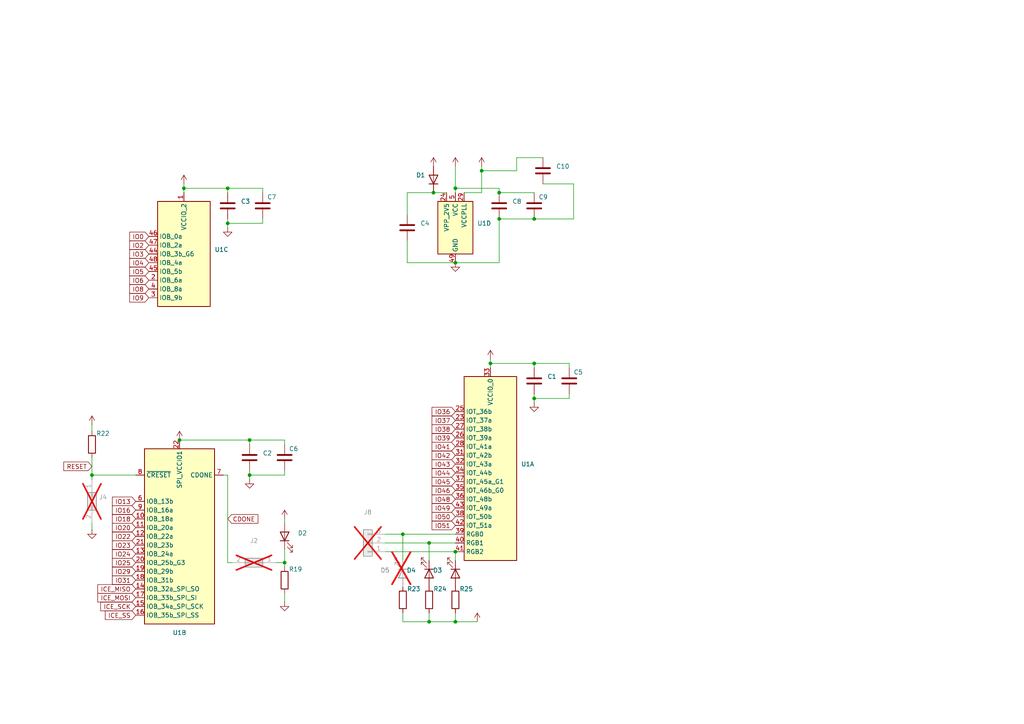
<source format=kicad_sch>
(kicad_sch (version 20250114) (generator "eeschema") (generator_version "9.0")
  (paper "A4")
  (lib_symbols
    (symbol "Connector_Generic:Conn_01x03" (pin_names (offset 1.016) (hide yes))
      (property "Reference" "J" (at 0 5.08 0))
      (property "Value" "Conn_01x03" (at 0 -5.08 0))
      (symbol "Conn_01x03_1_1"
        (rectangle (start -1.27 3.81) (end 1.27 -3.81) (stroke (width 0.254)) (fill (type background)))
        (rectangle (start -1.27 2.667) (end 0 2.413) (stroke (width 0.1524)))
        (rectangle (start -1.27 0.127) (end 0 -0.127) (stroke (width 0.1524)))
        (rectangle (start -1.27 -2.413) (end 0 -2.667) (stroke (width 0.1524)))
        (pin passive line (at -5.08 2.54 0) (length 3.81) (name "Pin_1") (number "1"))
        (pin passive line (at -5.08 0 0) (length 3.81) (name "Pin_2") (number "2"))
        (pin passive line (at -5.08 -2.54 0) (length 3.81) (name "Pin_3") (number "3"))
      )
    )
    (symbol "Connector_Generic:Conn_02x01" (pin_names (offset 1.016) (hide yes))
      (property "Reference" "J" (at 1.27 2.54 0))
      (property "Value" "Conn_02x01" (at 1.27 -2.54 0))
      (symbol "Conn_02x01_1_1"
        (rectangle (start -1.27 1.27) (end 3.81 -1.27) (stroke (width 0.254)) (fill (type background)))
        (rectangle (start -1.27 0.127) (end 0 -0.127) (stroke (width 0.1524)))
        (rectangle (start 3.81 0.127) (end 2.54 -0.127) (stroke (width 0.1524)))
        (pin passive line (at -5.08 0 0) (length 3.81) (name "Pin_1") (number "1"))
        (pin passive line (at 7.62 0 180) (length 3.81) (name "Pin_2") (number "2"))
      )
    )
    (symbol "Device:C" (pin_numbers (hide yes)) (pin_names (offset 0.254))
      (property "Reference" "C" (at 0.635 2.54 0))
      (property "Value" "C" (at 0.635 -2.54 0))
      (symbol "C_0_1"
        (polyline (pts (xy -2.032 0.762) (xy 2.032 0.762)) (stroke (width 0.508)))
        (polyline (pts (xy -2.032 -0.762) (xy 2.032 -0.762)) (stroke (width 0.508)))
      )
      (symbol "C_1_1"
        (pin passive line (at 0 3.81 270) (length 2.794) (name "~") (number "1"))
        (pin passive line (at 0 -3.81 90) (length 2.794) (name "~") (number "2"))
      )
    )
    (symbol "Device:D" (pin_numbers (hide yes)) (pin_names (offset 1.016) (hide yes))
      (property "Reference" "D" (at 0 2.54 0))
      (property "Value" "D" (at 0 -2.54 0))
      (symbol "D_0_1"
        (polyline (pts (xy -1.27 1.27) (xy -1.27 -1.27)) (stroke (width 0.254)))
        (polyline (pts (xy 1.27 1.27) (xy 1.27 -1.27) (xy -1.27 0) (xy 1.27 1.27)) (stroke (width 0.254)))
        (polyline (pts (xy 1.27 0) (xy -1.27 0)))
      )
      (symbol "D_1_1"
        (pin passive line (at -3.81 0 0) (length 2.54) (name "K") (number "1"))
        (pin passive line (at 3.81 0 180) (length 2.54) (name "A") (number "2"))
      )
    )
    (symbol "Device:LED" (pin_numbers (hide yes)) (pin_names (offset 1.016) (hide yes))
      (property "Reference" "D" (at 0 2.54 0))
      (property "Value" "LED" (at 0 -2.54 0))
      (symbol "LED_0_1"
        (polyline (pts (xy -3.048 -0.762) (xy -4.572 -2.286) (xy -3.81 -2.286) (xy -4.572 -2.286) (xy -4.572 -1.524)))
        (polyline (pts (xy -1.778 -0.762) (xy -3.302 -2.286) (xy -2.54 -2.286) (xy -3.302 -2.286) (xy -3.302 -1.524)))
        (polyline (pts (xy -1.27 0) (xy 1.27 0)))
        (polyline (pts (xy -1.27 -1.27) (xy -1.27 1.27)) (stroke (width 0.254)))
        (polyline (pts (xy 1.27 -1.27) (xy 1.27 1.27) (xy -1.27 0) (xy 1.27 -1.27)) (stroke (width 0.254)))
      )
      (symbol "LED_1_1"
        (pin passive line (at -3.81 0 0) (length 2.54) (name "K") (number "1"))
        (pin passive line (at 3.81 0 180) (length 2.54) (name "A") (number "2"))
      )
    )
    (symbol "Device:R" (pin_numbers (hide yes)) (pin_names (offset 0))
      (property "Reference" "R" (at 2.032 0 90))
      (property "Value" "R" (at 0 0 90))
      (symbol "R_0_1"
        (rectangle (start -1.016 -2.54) (end 1.016 2.54) (stroke (width 0.254)))
      )
      (symbol "R_1_1"
        (pin passive line (at 0 3.81 270) (length 1.27) (name "~") (number "1"))
        (pin passive line (at 0 -3.81 90) (length 1.27) (name "~") (number "2"))
      )
    )
    (symbol "FPGA_Lattice:ICE40UP5K-SG48ITR"
      (property "Reference" "U" (at -8.89 -29.21 0))
      (property "Value" "ICE40UP5K-SG48ITR" (at 0 -31.75 0))
      (symbol "ICE40UP5K-SG48ITR_1_1"
        (rectangle (start -7.62 25.4) (end 7.62 -27.94) (stroke (width 0.254)) (fill (type background)))
        (pin bidirectional line (at -10.16 15.24 0) (length 2.54) (name "IOT_36b") (number "25"))
        (pin bidirectional line (at -10.16 12.7 0) (length 2.54) (name "IOT_37a") (number "23"))
        (pin bidirectional line (at -10.16 10.16 0) (length 2.54) (name "IOT_38b") (number "27"))
        (pin bidirectional line (at -10.16 7.62 0) (length 2.54) (name "IOT_39a") (number "26"))
        (pin bidirectional line (at -10.16 5.08 0) (length 2.54) (name "IOT_41a") (number "28"))
        (pin bidirectional line (at -10.16 2.54 0) (length 2.54) (name "IOT_42b") (number "31"))
        (pin bidirectional line (at -10.16 0 0) (length 2.54) (name "IOT_43a") (number "32"))
        (pin bidirectional line (at -10.16 -2.54 0) (length 2.54) (name "IOT_44b") (number "34"))
        (pin bidirectional line (at -10.16 -5.08 0) (length 2.54) (name "IOT_45a_G1") (number "37"))
        (pin bidirectional line (at -10.16 -7.62 0) (length 2.54) (name "IOT_46b_G0") (number "35"))
        (pin bidirectional line (at -10.16 -10.16 0) (length 2.54) (name "IOT_48b") (number "36"))
        (pin bidirectional line (at -10.16 -12.7 0) (length 2.54) (name "IOT_49a") (number "43"))
        (pin bidirectional line (at -10.16 -15.24 0) (length 2.54) (name "IOT_50b") (number "38"))
        (pin bidirectional line (at -10.16 -17.78 0) (length 2.54) (name "IOT_51a") (number "42"))
        (pin open_collector line (at -10.16 -20.32 0) (length 2.54) (name "RGB0") (number "39"))
        (pin open_collector line (at -10.16 -22.86 0) (length 2.54) (name "RGB1") (number "40"))
        (pin open_collector line (at -10.16 -25.4 0) (length 2.54) (name "RGB2") (number "41"))
        (pin power_in line (at 0 27.94 270) (length 2.54) (name "VCCIO_0") (number "33"))
      )
      (symbol "ICE40UP5K-SG48ITR_2_1"
        (rectangle (start -10.16 25.4) (end 10.16 -25.4) (stroke (width 0.254)) (fill (type background)))
        (pin input line (at -12.7 17.78 0) (length 2.54) (name "~{CRESET}") (number "8"))
        (pin bidirectional line (at -12.7 10.16 0) (length 2.54) (name "IOB_13b") (number "6"))
        (pin bidirectional line (at -12.7 7.62 0) (length 2.54) (name "IOB_16a") (number "9"))
        (pin bidirectional line (at -12.7 5.08 0) (length 2.54) (name "IOB_18a") (number "10"))
        (pin bidirectional line (at -12.7 2.54 0) (length 2.54) (name "IOB_20a") (number "11"))
        (pin bidirectional line (at -12.7 0 0) (length 2.54) (name "IOB_22a") (number "12"))
        (pin bidirectional line (at -12.7 -2.54 0) (length 2.54) (name "IOB_23b") (number "21"))
        (pin bidirectional line (at -12.7 -5.08 0) (length 2.54) (name "IOB_24a") (number "13"))
        (pin bidirectional line (at -12.7 -7.62 0) (length 2.54) (name "IOB_25b_G3") (number "20"))
        (pin bidirectional line (at -12.7 -10.16 0) (length 2.54) (name "IOB_29b") (number "19"))
        (pin bidirectional line (at -12.7 -12.7 0) (length 2.54) (name "IOB_31b") (number "18"))
        (pin bidirectional line (at -12.7 -15.24 0) (length 2.54) (name "IOB_32a_SPI_SO") (number "14"))
        (pin bidirectional line (at -12.7 -17.78 0) (length 2.54) (name "IOB_33b_SPI_SI") (number "17"))
        (pin bidirectional line (at -12.7 -20.32 0) (length 2.54) (name "IOB_34a_SPI_SCK") (number "15"))
        (pin bidirectional line (at -12.7 -22.86 0) (length 2.54) (name "IOB_35b_SPI_SS") (number "16"))
        (pin power_in line (at 0 27.94 270) (length 2.54) (name "SPI_VCCIO1") (number "22"))
        (pin open_collector line (at 12.7 17.78 180) (length 2.54) (name "CDONE") (number "7"))
      )
      (symbol "ICE40UP5K-SG48ITR_3_1"
        (rectangle (start -7.62 15.24) (end 7.62 -15.24) (stroke (width 0.254)) (fill (type background)))
        (pin bidirectional line (at -10.16 5.08 0) (length 2.54) (name "IOB_0a") (number "46"))
        (pin bidirectional line (at -10.16 2.54 0) (length 2.54) (name "IOB_2a") (number "47"))
        (pin bidirectional line (at -10.16 0 0) (length 2.54) (name "IOB_3b_G6") (number "44"))
        (pin bidirectional line (at -10.16 -2.54 0) (length 2.54) (name "IOB_4a") (number "48"))
        (pin bidirectional line (at -10.16 -5.08 0) (length 2.54) (name "IOB_5b") (number "45"))
        (pin bidirectional line (at -10.16 -7.62 0) (length 2.54) (name "IOB_6a") (number "2"))
        (pin bidirectional line (at -10.16 -10.16 0) (length 2.54) (name "IOB_8a") (number "4"))
        (pin bidirectional line (at -10.16 -12.7 0) (length 2.54) (name "IOB_9b") (number "3"))
        (pin power_in line (at 0 17.78 270) (length 2.54) (name "VCCIO_2") (number "1"))
      )
      (symbol "ICE40UP5K-SG48ITR_4_1"
        (rectangle (start -5.08 7.62) (end 5.08 -7.62) (stroke (width 0.254)) (fill (type background)))
        (pin power_in line (at -2.54 10.16 270) (length 2.54) (name "VPP_2V5") (number "24"))
        (pin passive line (at 0 10.16 270) (length 2.54) (hide yes) (name "VCC") (number "30"))
        (pin power_in line (at 0 10.16 270) (length 2.54) (name "VCC") (number "5"))
        (pin power_in line (at 0 -10.16 90) (length 2.54) (name "GND") (number "49"))
        (pin power_out line (at 2.54 10.16 270) (length 2.54) (name "VCCPLL") (number "29"))
      )
    )
    (symbol "power:+1V2" (power) (pin_names (offset 0))
      (property "Value" "+1V2" (at 0 3.556 0))
      (symbol "+1V2_0_1"
        (polyline (pts (xy -0.762 1.27) (xy 0 2.54)))
        (polyline (pts (xy 0 2.54) (xy 0.762 1.27)))
        (polyline (pts (xy 0 0) (xy 0 2.54)))
      )
      (symbol "+1V2_1_1"
        (pin power_in line (at 0 0 90) (length 0) (hide yes) (name "+1V2") (number "1"))
      )
    )
    (symbol "power:+3V3" (power) (pin_names (offset 0))
      (property "Value" "+3V3" (at 0 3.556 0))
      (symbol "+3V3_0_1"
        (polyline (pts (xy -0.762 1.27) (xy 0 2.54)))
        (polyline (pts (xy 0 2.54) (xy 0.762 1.27)))
        (polyline (pts (xy 0 0) (xy 0 2.54)))
      )
      (symbol "+3V3_1_1"
        (pin power_in line (at 0 0 90) (length 0) (hide yes) (name "+3V3") (number "1"))
      )
    )
    (symbol "power:GND" (power) (pin_numbers (hide yes)) (pin_names (offset 0) (hide yes))
      (property "Value" "GND" (at 0 -3.81 0))
      (symbol "GND_0_1"
        (polyline (pts (xy 0 0) (xy 0 -1.27) (xy 1.27 -1.27) (xy 0 -2.54) (xy -1.27 -1.27) (xy 0 -1.27)))
      )
      (symbol "GND_1_1"
        (pin power_in line (at 0 0 270) (length 0) (name "~") (number "1"))
      )
    )
  )
  (junction (at 124.46 157.48))
  (junction (at 132.08 180.34))
  (junction (at 154.94 105.41))
  (junction (at 132.08 76.2))
  (junction (at 26.67 137.795))
  (junction (at 154.94 115.57))
  (junction (at 132.08 54.61))
  (junction (at 144.78 55.88))
  (junction (at 132.08 160.02))
  (junction (at 53.34 54.61))
  (junction (at 72.39 127.635))
  (junction (at 144.78 63.5))
  (junction (at 142.24 105.41))
  (junction (at 66.04 54.61))
  (junction (at 124.46 180.34))
  (junction (at 125.73 55.88))
  (junction (at 52.07 127.635))
  (junction (at 116.84 154.94))
  (junction (at 72.39 137.795))
  (junction (at 66.04 64.77))
  (junction (at 154.94 63.5))
  (junction (at 82.55 163.195))
  (junction (at 139.7 49.53))
  (wire (pts (xy 132.08 180.34) (xy 138.43 180.34)))
  (wire (pts (xy 154.94 114.3) (xy 154.94 115.57)))
  (wire (pts (xy 118.11 76.2) (xy 132.08 76.2)))
  (wire (pts (xy 72.39 137.795) (xy 72.39 139.065)))
  (wire (pts (xy 144.78 63.5) (xy 154.94 63.5)))
  (wire (pts (xy 132.08 160.02) (xy 132.08 162.56)))
  (wire (pts (xy 139.7 48.26) (xy 139.7 49.53)))
  (wire (pts (xy 26.67 123.19) (xy 26.67 125.095)))
  (wire (pts (xy 154.94 63.5) (xy 166.37 63.5)))
  (wire (pts (xy 26.67 151.765) (xy 26.67 153.67)))
  (wire (pts (xy 72.39 127.635) (xy 52.07 127.635)))
  (wire (pts (xy 76.2 55.88) (xy 76.2 54.61)))
  (wire (pts (xy 76.2 64.77) (xy 76.2 63.5)))
  (wire (pts (xy 142.24 105.41) (xy 142.24 106.68)))
  (wire (pts (xy 82.55 137.795) (xy 82.55 136.525)))
  (wire (pts (xy 53.34 53.34) (xy 53.34 54.61)))
  (wire (pts (xy 72.39 137.795) (xy 82.55 137.795)))
  (wire (pts (xy 139.7 49.53) (xy 139.7 55.88)))
  (wire (pts (xy 26.67 137.795) (xy 26.67 139.065)))
  (wire (pts (xy 118.11 69.85) (xy 118.11 76.2)))
  (wire (pts (xy 154.94 105.41) (xy 142.24 105.41)))
  (wire (pts (xy 157.48 53.34) (xy 166.37 53.34)))
  (wire (pts (xy 72.39 127.635) (xy 72.39 128.905)))
  (wire (pts (xy 139.7 55.88) (xy 134.62 55.88)))
  (wire (pts (xy 125.73 55.88) (xy 129.54 55.88)))
  (wire (pts (xy 116.84 180.34) (xy 116.84 177.8)))
  (wire (pts (xy 132.08 54.61) (xy 132.08 55.88)))
  (wire (pts (xy 72.39 136.525) (xy 72.39 137.795)))
  (wire (pts (xy 139.7 49.53) (xy 149.86 49.53)))
  (wire (pts (xy 80.01 163.195) (xy 82.55 163.195)))
  (wire (pts (xy 116.84 180.34) (xy 124.46 180.34)))
  (wire (pts (xy 144.78 55.88) (xy 144.78 54.61)))
  (wire (pts (xy 53.34 54.61) (xy 53.34 55.88)))
  (wire (pts (xy 165.1 105.41) (xy 154.94 105.41)))
  (wire (pts (xy 82.55 127.635) (xy 72.39 127.635)))
  (wire (pts (xy 66.04 163.195) (xy 66.04 137.795)))
  (wire (pts (xy 66.04 64.77) (xy 66.04 66.04)))
  (wire (pts (xy 132.08 48.26) (xy 132.08 54.61)))
  (wire (pts (xy 166.37 63.5) (xy 166.37 53.34)))
  (wire (pts (xy 154.94 55.88) (xy 144.78 55.88)))
  (wire (pts (xy 82.55 128.905) (xy 82.55 127.635)))
  (wire (pts (xy 132.08 76.2) (xy 144.78 76.2)))
  (wire (pts (xy 149.86 45.72) (xy 157.48 45.72)))
  (wire (pts (xy 124.46 177.8) (xy 124.46 180.34)))
  (wire (pts (xy 82.55 163.195) (xy 82.55 164.465)))
  (wire (pts (xy 165.1 106.68) (xy 165.1 105.41)))
  (wire (pts (xy 116.84 154.94) (xy 116.84 162.56)))
  (wire (pts (xy 142.24 104.14) (xy 142.24 105.41)))
  (wire (pts (xy 154.94 115.57) (xy 165.1 115.57)))
  (wire (pts (xy 82.55 150.495) (xy 82.55 151.765)))
  (wire (pts (xy 118.11 62.23) (xy 118.11 55.88)))
  (wire (pts (xy 116.84 154.94) (xy 132.08 154.94)))
  (wire (pts (xy 132.08 180.34) (xy 132.08 177.8)))
  (wire (pts (xy 144.78 54.61) (xy 132.08 54.61)))
  (wire (pts (xy 82.55 159.385) (xy 82.55 163.195)))
  (wire (pts (xy 118.11 55.88) (xy 125.73 55.88)))
  (wire (pts (xy 82.55 172.085) (xy 82.55 174.625)))
  (wire (pts (xy 53.34 54.61) (xy 66.04 54.61)))
  (wire (pts (xy 165.1 115.57) (xy 165.1 114.3)))
  (wire (pts (xy 26.67 132.715) (xy 26.67 137.795)))
  (wire (pts (xy 111.76 157.48) (xy 124.46 157.48)))
  (wire (pts (xy 124.46 180.34) (xy 132.08 180.34)))
  (wire (pts (xy 66.04 54.61) (xy 66.04 55.88)))
  (wire (pts (xy 66.04 64.77) (xy 76.2 64.77)))
  (wire (pts (xy 76.2 54.61) (xy 66.04 54.61)))
  (wire (pts (xy 154.94 115.57) (xy 154.94 116.84)))
  (wire (pts (xy 154.94 105.41) (xy 154.94 106.68)))
  (wire (pts (xy 111.76 160.02) (xy 132.08 160.02)))
  (wire (pts (xy 111.76 154.94) (xy 116.84 154.94)))
  (wire (pts (xy 144.78 76.2) (xy 144.78 63.5)))
  (wire (pts (xy 26.67 137.795) (xy 39.37 137.795)))
  (wire (pts (xy 66.04 137.795) (xy 64.77 137.795)))
  (wire (pts (xy 124.46 157.48) (xy 124.46 162.56)))
  (wire (pts (xy 149.86 49.53) (xy 149.86 45.72)))
  (wire (pts (xy 67.31 163.195) (xy 66.04 163.195)))
  (wire (pts (xy 66.04 63.5) (xy 66.04 64.77)))
  (wire (pts (xy 124.46 157.48) (xy 132.08 157.48)))
  (global_label "IO44" (shape input) (at 132.08 137.16 180) (property "Intersheetrefs" "${INTERSHEET_REFS}" (effects (hide yes))))
  (global_label "IO37" (shape input) (at 132.08 121.92 180) (property "Intersheetrefs" "${INTERSHEET_REFS}" (effects (hide yes))))
  (global_label "IO43" (shape input) (at 132.08 134.62 180) (property "Intersheetrefs" "${INTERSHEET_REFS}" (effects (hide yes))))
  (global_label "IO3" (shape input) (at 43.18 73.66 180) (property "Intersheetrefs" "${INTERSHEET_REFS}" (effects (hide yes))))
  (global_label "IO6" (shape input) (at 43.18 81.28 180) (property "Intersheetrefs" "${INTERSHEET_REFS}" (effects (hide yes))))
  (global_label "IO39" (shape input) (at 132.08 127 180) (property "Intersheetrefs" "${INTERSHEET_REFS}" (effects (hide yes))))
  (global_label "IO20" (shape input) (at 39.37 153.035 180) (property "Intersheetrefs" "${INTERSHEET_REFS}" (effects (hide yes))))
  (global_label "IO51" (shape input) (at 132.08 152.4 180) (property "Intersheetrefs" "${INTERSHEET_REFS}" (effects (hide yes))))
  (global_label "IO25" (shape input) (at 39.37 163.195 180) (property "Intersheetrefs" "${INTERSHEET_REFS}" (effects (hide yes))))
  (global_label "IO23" (shape input) (at 39.37 158.115 180) (property "Intersheetrefs" "${INTERSHEET_REFS}" (effects (hide yes))))
  (global_label "IO49" (shape input) (at 132.08 147.32 180) (property "Intersheetrefs" "${INTERSHEET_REFS}" (effects (hide yes))))
  (global_label "IO38" (shape input) (at 132.08 124.46 180) (property "Intersheetrefs" "${INTERSHEET_REFS}" (effects (hide yes))))
  (global_label "IO18" (shape input) (at 39.37 150.495 180) (property "Intersheetrefs" "${INTERSHEET_REFS}" (effects (hide yes))))
  (global_label "IO45" (shape input) (at 132.08 139.7 180) (property "Intersheetrefs" "${INTERSHEET_REFS}" (effects (hide yes))))
  (global_label "IO31" (shape input) (at 39.37 168.275 180) (property "Intersheetrefs" "${INTERSHEET_REFS}" (effects (hide yes))))
  (global_label "IO50" (shape input) (at 132.08 149.86 180) (property "Intersheetrefs" "${INTERSHEET_REFS}" (effects (hide yes))))
  (global_label "ICE_SS" (shape input) (at 39.37 178.435 180) (property "Intersheetrefs" "${INTERSHEET_REFS}" (effects (hide yes))))
  (global_label "IO41" (shape input) (at 132.08 129.54 180) (property "Intersheetrefs" "${INTERSHEET_REFS}" (effects (hide yes))))
  (global_label "ICE_MOSI" (shape input) (at 39.37 173.355 180) (property "Intersheetrefs" "${INTERSHEET_REFS}" (effects (hide yes))))
  (global_label "IO4" (shape input) (at 43.18 76.2 180) (property "Intersheetrefs" "${INTERSHEET_REFS}" (effects (hide yes))))
  (global_label "IO42" (shape input) (at 132.08 132.08 180) (property "Intersheetrefs" "${INTERSHEET_REFS}" (effects (hide yes))))
  (global_label "IO8" (shape input) (at 43.18 83.82 180) (property "Intersheetrefs" "${INTERSHEET_REFS}" (effects (hide yes))))
  (global_label "IO5" (shape input) (at 43.18 78.74 180) (property "Intersheetrefs" "${INTERSHEET_REFS}" (effects (hide yes))))
  (global_label "RESET" (shape input) (at 26.67 135.255 180) (property "Intersheetrefs" "${INTERSHEET_REFS}" (effects (hide yes))))
  (global_label "IO9" (shape input) (at 43.18 86.36 180) (property "Intersheetrefs" "${INTERSHEET_REFS}" (effects (hide yes))))
  (global_label "ICE_MISO" (shape input) (at 39.37 170.815 180) (property "Intersheetrefs" "${INTERSHEET_REFS}" (effects (hide yes))))
  (global_label "IO46" (shape input) (at 132.08 142.24 180) (property "Intersheetrefs" "${INTERSHEET_REFS}" (effects (hide yes))))
  (global_label "IO48" (shape input) (at 132.08 144.78 180) (property "Intersheetrefs" "${INTERSHEET_REFS}" (effects (hide yes))))
  (global_label "IO16" (shape input) (at 39.37 147.955 180) (property "Intersheetrefs" "${INTERSHEET_REFS}" (effects (hide yes))))
  (global_label "IO24" (shape input) (at 39.37 160.655 180) (property "Intersheetrefs" "${INTERSHEET_REFS}" (effects (hide yes))))
  (global_label "IO22" (shape input) (at 39.37 155.575 180) (property "Intersheetrefs" "${INTERSHEET_REFS}" (effects (hide yes))))
  (global_label "IO13" (shape input) (at 39.37 145.415 180) (property "Intersheetrefs" "${INTERSHEET_REFS}" (effects (hide yes))))
  (global_label "IO29" (shape input) (at 39.37 165.735 180) (property "Intersheetrefs" "${INTERSHEET_REFS}" (effects (hide yes))))
  (global_label "IO36" (shape input) (at 132.08 119.38 180) (property "Intersheetrefs" "${INTERSHEET_REFS}" (effects (hide yes))))
  (global_label "ICE_SCK" (shape input) (at 39.37 175.895 180) (property "Intersheetrefs" "${INTERSHEET_REFS}" (effects (hide yes))))
  (global_label "CDONE" (shape input) (at 66.04 150.495 0) (property "Intersheetrefs" "${INTERSHEET_REFS}" (effects (hide yes))))
  (global_label "IO2" (shape input) (at 43.18 71.12 180) (property "Intersheetrefs" "${INTERSHEET_REFS}" (effects (hide yes))))
  (global_label "IO0" (shape input) (at 43.18 68.58 180) (property "Intersheetrefs" "${INTERSHEET_REFS}" (effects (hide yes))))
  (symbol (lib_id "Device:C") (at 118.11 66.04 0) (unit 1)
    (property "Reference" "C4" (at 121.92 64.7699 0) (effects (justify left)))
    (property "Value" "0.1u" (effects (hide yes)))
    (property "Footprint" "Capacitor_SMD:C_0402_1005Metric" (effects (hide yes)))
    (property "Description" "Unpolarized capacitor" (effects (hide yes)))
    (property "JLCPCB Part #" "C1525" (effects (hide yes)))
  )
  (symbol (lib_id "Device:R") (at 82.55 168.275 0) (unit 1)
    (property "Reference" "R19" (at 85.725 165.1 0))
    (property "Value" "1K" (effects (hide yes)))
    (property "Footprint" "Resistor_SMD:R_0805_2012Metric" (effects (hide yes)))
    (property "JLCPCB Part #" "C17513" (effects (hide yes)))
  )
  (symbol (lib_id "Device:C") (at 154.94 110.49 0) (unit 1)
    (property "Reference" "C1" (at 158.75 109.2199 0) (effects (justify left)))
    (property "Value" "0.1u" (effects (hide yes)))
    (property "Footprint" "Capacitor_SMD:C_0402_1005Metric" (effects (hide yes)))
    (property "Description" "Unpolarized capacitor" (effects (hide yes)))
    (property "JLCPCB Part #" "C1525" (effects (hide yes)))
  )
  (symbol (lib_id "power:+1V2") (at 132.08 48.26 0) (unit 1)
    (property "Reference" "#PWR09" (effects (hide yes)))
    (property "Value" "+1V2" (effects (hide yes)))
  )
  (symbol (lib_id "power:GND") (at 72.39 139.065 0) (unit 1)
    (property "Reference" "#PWR06" (effects (hide yes)))
    (property "Value" "GND" (effects (hide yes)))
    (property "Description" "Power symbol creates a global label with name \"GND\" , ground" (effects (hide yes)))
  )
  (symbol (lib_id "Device:LED") (at 82.55 155.575 90) (unit 1)
    (property "Reference" "D2" (at 86.36 154.6224 90) (effects (justify right)))
    (property "Value" "G" (effects (hide yes)))
    (property "Footprint" "LED_SMD:LED_0805_2012Metric" (effects (hide yes)))
    (property "Description" "Light emitting diode" (effects (hide yes)))
    (property "Sim.Pins" "1=K 2=A" (effects (hide yes)))
    (property "JLCPCB Part #" "C2297" (effects (hide yes)))
  )
  (symbol (lib_id "power:+3V3") (at 82.55 150.495 0) (unit 1)
    (property "Reference" "#PWR037" (effects (hide yes)))
    (property "Value" "+3V3" (effects (hide yes)))
  )
  (symbol (lib_id "power:GND") (at 66.04 66.04 0) (unit 1)
    (property "Reference" "#PWR07" (effects (hide yes)))
    (property "Value" "GND" (effects (hide yes)))
    (property "Description" "Power symbol creates a global label with name \"GND\" , ground" (effects (hide yes)))
  )
  (symbol (lib_id "power:+3V3") (at 138.43 180.34 0) (unit 1)
    (property "Reference" "#PWR028" (effects (hide yes)))
    (property "Value" "+3V3" (effects (hide yes)))
  )
  (symbol (lib_id "Device:C") (at 144.78 59.69 0) (unit 1)
    (property "Reference" "C8" (at 148.59 58.4199 0) (effects (justify left)))
    (property "Value" "0.1u" (effects (hide yes)))
    (property "Footprint" "Capacitor_SMD:C_0402_1005Metric" (effects (hide yes)))
    (property "Description" "Unpolarized capacitor" (effects (hide yes)))
    (property "JLCPCB Part #" "C1525" (effects (hide yes)))
  )
  (symbol (lib_id "FPGA_Lattice:ICE40UP5K-SG48ITR") (at 142.24 134.62 0) (unit 1)
    (property "Reference" "U1" (at 151.13 134.6199 0) (effects (justify left)))
    (property "Value" "ICE40UP5K-SG48ITR" (effects (hide yes)))
    (property "Footprint" "Package_DFN_QFN:QFN-48-1EP_7x7mm_P0.5mm_EP5.6x5.6mm" (effects (hide yes)))
    (property "Datasheet" "http://www.latticesemi.com/Products/FPGAandCPLD/iCE40Ultra" (effects (hide yes)))
    (property "Description" "iCE40 UltraPlus FPGA, 5280 LUTs, 1.2V, 48-pin QFN" (effects (hide yes)))
    (property "JLCPCB Part #" "C2678152" (effects (hide yes)))
  )
  (symbol (lib_id "power:+3V3") (at 125.73 48.26 0) (unit 1)
    (property "Reference" "#PWR08" (effects (hide yes)))
    (property "Value" "+3V3" (effects (hide yes)))
  )
  (symbol (lib_id "FPGA_Lattice:ICE40UP5K-SG48ITR") (at 132.08 66.04 0) (unit 4)
    (property "Reference" "U1" (at 138.43 64.7699 0) (effects (justify left)))
    (property "Value" "ICE40UP5K-SG48ITR" (effects (hide yes)))
    (property "Footprint" "Package_DFN_QFN:QFN-48-1EP_7x7mm_P0.5mm_EP5.6x5.6mm" (effects (hide yes)))
    (property "Datasheet" "http://www.latticesemi.com/Products/FPGAandCPLD/iCE40Ultra" (effects (hide yes)))
    (property "Description" "iCE40 UltraPlus FPGA, 5280 LUTs, 1.2V, 48-pin QFN" (effects (hide yes)))
    (property "JLCPCB Part #" "C2678152" (effects (hide yes)))
  )
  (symbol (lib_id "Device:C") (at 66.04 59.69 0) (unit 1)
    (property "Reference" "C3" (at 69.85 58.4199 0) (effects (justify left)))
    (property "Value" "0.1u" (effects (hide yes)))
    (property "Footprint" "Capacitor_SMD:C_0402_1005Metric" (effects (hide yes)))
    (property "Description" "Unpolarized capacitor" (effects (hide yes)))
    (property "JLCPCB Part #" "C1525" (effects (hide yes)))
  )
  (symbol (lib_id "Device:C") (at 165.1 110.49 0) (unit 1)
    (property "Reference" "C5" (at 166.37 107.95 0) (effects (justify left)))
    (property "Value" "10n" (effects (hide yes)))
    (property "Footprint" "Capacitor_SMD:C_0402_1005Metric" (effects (hide yes)))
    (property "JLCPCB Part #" "C15195" (effects (hide yes)))
  )
  (symbol (lib_id "Device:C") (at 154.94 59.69 0) (unit 1)
    (property "Reference" "C9" (at 156.21 57.15 0) (effects (justify left)))
    (property "Value" "10n" (effects (hide yes)))
    (property "Footprint" "Capacitor_SMD:C_0402_1005Metric" (effects (hide yes)))
    (property "JLCPCB Part #" "C15195" (effects (hide yes)))
  )
  (symbol (lib_id "Device:C") (at 76.2 59.69 0) (unit 1)
    (property "Reference" "C7" (at 77.47 57.15 0) (effects (justify left)))
    (property "Value" "10n" (effects (hide yes)))
    (property "Footprint" "Capacitor_SMD:C_0402_1005Metric" (effects (hide yes)))
    (property "JLCPCB Part #" "C15195" (effects (hide yes)))
  )
  (symbol (lib_id "Device:LED") (at 132.08 166.37 270) (unit 1)
    (property "Reference" "D3" (at 128.27 165.4175 90) (effects (justify right)))
    (property "Value" "R" (effects (hide yes)))
    (property "Footprint" "LED_SMD:LED_0603_1608Metric" (effects (hide yes)))
    (property "JLCPCB Part #" "C2286" (effects (hide yes)))
  )
  (symbol (lib_id "power:GND") (at 26.67 153.67 0) (unit 1)
    (property "Reference" "#PWR036" (effects (hide yes)))
    (property "Value" "GND" (effects (hide yes)))
  )
  (symbol (lib_id "power:+3V3") (at 26.67 123.19 0) (unit 1)
    (property "Reference" "#PWR035" (effects (hide yes)))
    (property "Value" "+3V3" (effects (hide yes)))
  )
  (symbol (lib_id "power:GND") (at 132.08 76.2 0) (unit 1)
    (property "Reference" "#PWR01" (effects (hide yes)))
    (property "Value" "GND" (effects (hide yes)))
    (property "Description" "Power symbol creates a global label with name \"GND\" , ground" (effects (hide yes)))
  )
  (symbol (lib_id "Device:LED") (at 124.46 166.37 270) (unit 1)
    (property "Reference" "D4" (at 120.65 165.4175 90) (effects (justify right)))
    (property "Value" "G" (effects (hide yes)))
    (property "Footprint" "LED_SMD:LED_0805_2012Metric" (effects (hide yes)))
    (property "JLCPCB Part #" "C2297" (effects (hide yes)))
  )
  (symbol (lib_id "power:GND") (at 82.55 174.625 0) (unit 1)
    (property "Reference" "#PWR038" (effects (hide yes)))
    (property "Value" "GND" (effects (hide yes)))
  )
  (symbol (lib_id "Device:R") (at 26.67 128.905 0) (unit 1)
    (property "Reference" "R22" (at 29.845 125.73 0))
    (property "Value" "1K" (effects (hide yes)))
    (property "Footprint" "Resistor_SMD:R_0805_2012Metric" (effects (hide yes)))
    (property "JLCPCB Part #" "C17513" (effects (hide yes)))
  )
  (symbol (lib_id "power:+3V3") (at 53.34 53.34 0) (unit 1)
    (property "Reference" "#PWR027" (effects (hide yes)))
    (property "Value" "+3V3" (effects (hide yes)))
  )
  (symbol (lib_id "Device:LED") (at 116.84 166.37 270) (unit 1) (dnp yes)
    (property "Reference" "D5" (at 113.03 165.4175 90) (effects (justify right)))
    (property "Value" "B" (effects (hide yes)))
    (property "Footprint" "LED_SMD:LED_0201_0603Metric_Pad0.64x0.40mm_HandSolder" (effects (hide yes)))
  )
  (symbol (lib_id "power:+1V2") (at 139.7 48.26 0) (unit 1)
    (property "Reference" "#PWR020" (effects (hide yes)))
    (property "Value" "+1V2" (effects (hide yes)))
  )
  (symbol (lib_id "Device:D") (at 125.73 52.07 90) (unit 1)
    (property "Reference" "D1" (at 120.65 50.8 90) (effects (justify right)))
    (property "Value" "Schottky Diode" (effects (hide yes)))
    (property "Footprint" "Diode_SMD:D_SOD-123" (effects (hide yes)))
    (property "Sim.Device" "D" (effects (hide yes)))
    (property "Sim.Pins" "1=K 2=A" (effects (hide yes)))
    (property "JLCPCB Part #" "C8598" (effects (hide yes)))
  )
  (symbol (lib_id "Device:R") (at 132.08 173.99 0) (unit 1)
    (property "Reference" "R25" (at 135.255 170.815 0))
    (property "Value" "1K" (effects (hide yes)))
    (property "Footprint" "Resistor_SMD:R_0805_2012Metric" (effects (hide yes)))
    (property "JLCPCB Part #" "C17513" (effects (hide yes)))
  )
  (symbol (lib_id "Device:R") (at 124.46 173.99 0) (unit 1)
    (property "Reference" "R24" (at 127.635 170.815 0))
    (property "Value" "1K" (effects (hide yes)))
    (property "Footprint" "Resistor_SMD:R_0805_2012Metric" (effects (hide yes)))
    (property "JLCPCB Part #" "C17513" (effects (hide yes)))
  )
  (symbol (lib_id "power:+3V3") (at 142.24 104.14 0) (unit 1)
    (property "Reference" "#PWR026" (effects (hide yes)))
    (property "Value" "+3V3" (effects (hide yes)))
  )
  (symbol (lib_id "FPGA_Lattice:ICE40UP5K-SG48ITR") (at 53.34 73.66 0) (unit 3)
    (property "Reference" "U1" (at 62.23 72.3899 0) (effects (justify left)))
    (property "Value" "ICE40UP5K-SG48ITR" (effects (hide yes)))
    (property "Footprint" "Package_DFN_QFN:QFN-48-1EP_7x7mm_P0.5mm_EP5.6x5.6mm" (effects (hide yes)))
    (property "Datasheet" "http://www.latticesemi.com/Products/FPGAandCPLD/iCE40Ultra" (effects (hide yes)))
    (property "Description" "iCE40 UltraPlus FPGA, 5280 LUTs, 1.2V, 48-pin QFN" (effects (hide yes)))
    (property "JLCPCB Part #" "C2678152" (effects (hide yes)))
  )
  (symbol (lib_id "Device:C") (at 82.55 132.715 0) (unit 1)
    (property "Reference" "C6" (at 83.82 130.175 0) (effects (justify left)))
    (property "Value" "10n" (effects (hide yes)))
    (property "Footprint" "Capacitor_SMD:C_0402_1005Metric" (effects (hide yes)))
    (property "JLCPCB Part #" "C15195" (effects (hide yes)))
  )
  (symbol (lib_id "FPGA_Lattice:ICE40UP5K-SG48ITR") (at 52.07 155.575 0) (unit 2)
    (property "Reference" "U1" (at 52.07 183.515 0))
    (property "Value" "ICE40UP5K-SG48ITR" (effects (hide yes)))
    (property "Footprint" "Package_DFN_QFN:QFN-48-1EP_7x7mm_P0.5mm_EP5.6x5.6mm" (effects (hide yes)))
    (property "Datasheet" "http://www.latticesemi.com/Products/FPGAandCPLD/iCE40Ultra" (effects (hide yes)))
    (property "Description" "iCE40 UltraPlus FPGA, 5280 LUTs, 1.2V, 48-pin QFN" (effects (hide yes)))
    (property "JLCPCB Part #" "C2678152" (effects (hide yes)))
  )
  (symbol (lib_id "Device:C") (at 157.48 49.53 0) (unit 1)
    (property "Reference" "C10" (at 161.29 48.2599 0) (effects (justify left)))
    (property "Value" "0.1u" (effects (hide yes)))
    (property "Footprint" "Capacitor_SMD:C_0402_1005Metric" (effects (hide yes)))
    (property "Description" "Unpolarized capacitor" (effects (hide yes)))
    (property "JLCPCB Part #" "C1525" (effects (hide yes)))
  )
  (symbol (lib_id "Connector_Generic:Conn_02x01") (at 26.67 144.145 270) (unit 1) (dnp yes)
    (property "Reference" "J4" (at 28.702 144.2029 90) (effects (justify left)))
    (property "Value" "Conn_02x01" (effects (hide yes)))
    (property "Footprint" "Connector_PinHeader_2.54mm:PinHeader_2x01_P2.54mm_Vertical" (effects (hide yes)))
  )
  (symbol (lib_id "Device:C") (at 72.39 132.715 0) (unit 1)
    (property "Reference" "C2" (at 76.2 131.4449 0) (effects (justify left)))
    (property "Value" "0.1u" (effects (hide yes)))
    (property "Footprint" "Capacitor_SMD:C_0402_1005Metric" (effects (hide yes)))
    (property "Description" "Unpolarized capacitor" (effects (hide yes)))
    (property "JLCPCB Part #" "C1525" (effects (hide yes)))
  )
  (symbol (lib_id "Connector_Generic:Conn_02x01") (at 74.93 163.195 180) (unit 1) (dnp yes)
    (property "Reference" "J2" (at 73.66 156.845 0))
    (property "Value" "Conn_02x01" (effects (hide yes)))
    (property "Footprint" "Connector_PinHeader_2.54mm:PinHeader_2x01_P2.54mm_Vertical" (effects (hide yes)))
  )
  (symbol (lib_id "Device:R") (at 116.84 173.99 0) (unit 1)
    (property "Reference" "R23" (at 120.015 170.815 0))
    (property "Value" "1K" (effects (hide yes)))
    (property "Footprint" "Resistor_SMD:R_0805_2012Metric" (effects (hide yes)))
    (property "JLCPCB Part #" "C17513" (effects (hide yes)))
  )
  (symbol (lib_id "power:GND") (at 154.94 116.84 0) (unit 1)
    (property "Reference" "#PWR02" (effects (hide yes)))
    (property "Value" "GND" (effects (hide yes)))
    (property "Description" "Power symbol creates a global label with name \"GND\" , ground" (effects (hide yes)))
  )
  (symbol (lib_id "Connector_Generic:Conn_01x03") (at 106.68 157.48 180) (unit 1) (dnp yes)
    (property "Reference" "J8" (at 106.68 148.59 0))
    (property "Value" "Conn_01x03" (effects (hide yes)))
    (property "Footprint" "Connector_PinHeader_2.54mm:PinHeader_1x03_P2.54mm_Vertical" (effects (hide yes)))
    (property "Description" "Generic connector, single row, 01x03, script generated (kicad-library-utils/schlib/autogen/connector/)" (effects (hide yes)))
  )
  (symbol (lib_id "power:+3V3") (at 52.07 127.635 0) (unit 1)
    (property "Reference" "#PWR025" (effects (hide yes)))
    (property "Value" "+3V3" (effects (hide yes)))
  )
)
</source>
